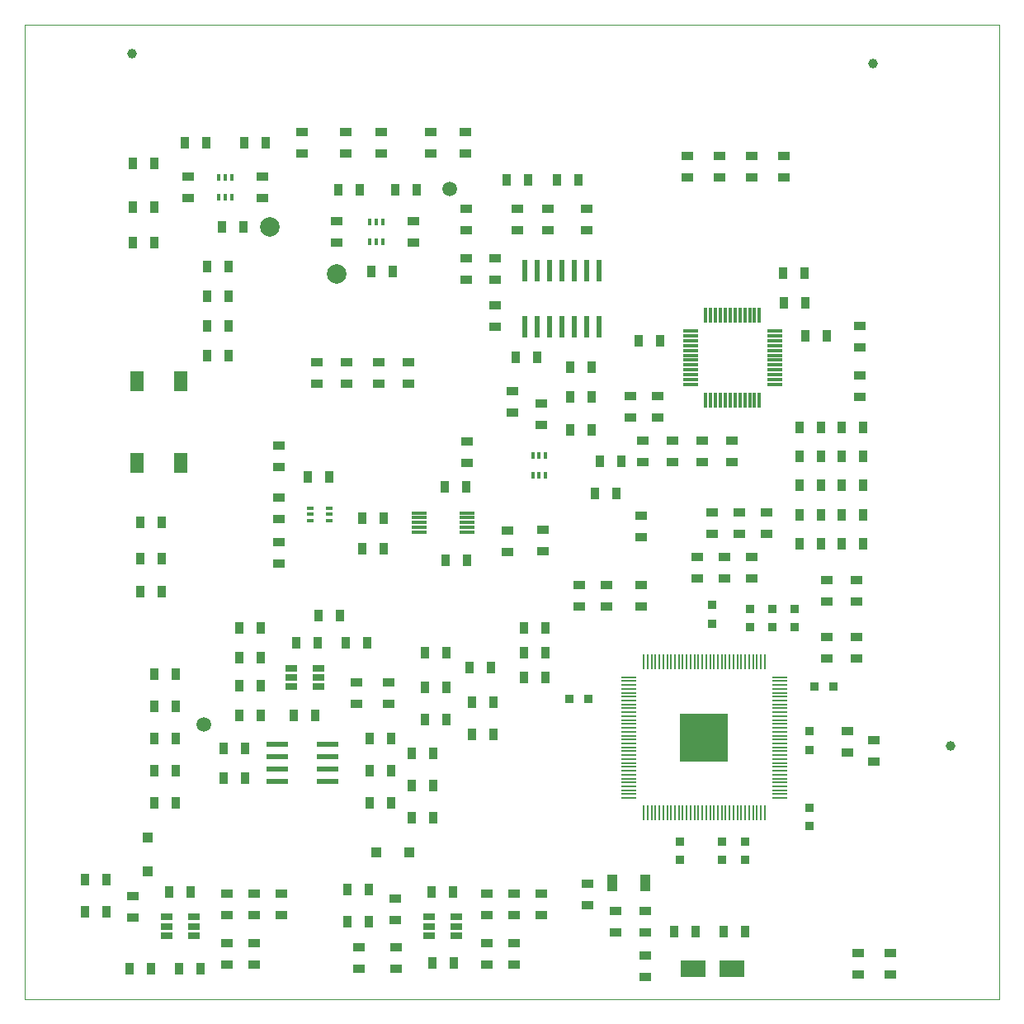
<source format=gtp>
G04 #@! TF.GenerationSoftware,KiCad,Pcbnew,(5.1.0)-1*
G04 #@! TF.CreationDate,2019-04-04T19:00:54+01:00*
G04 #@! TF.ProjectId,CoreOne-xCORE200-2.1,436f7265-4f6e-4652-9d78-434f52453230,2.1*
G04 #@! TF.SameCoordinates,PX660b0c0PY81b3200*
G04 #@! TF.FileFunction,Paste,Top*
G04 #@! TF.FilePolarity,Positive*
%FSLAX46Y46*%
G04 Gerber Fmt 4.6, Leading zero omitted, Abs format (unit mm)*
G04 Created by KiCad (PCBNEW (5.1.0)-1) date 2019-04-04 19:00:54*
%MOMM*%
%LPD*%
G04 APERTURE LIST*
%ADD10C,0.100000*%
%ADD11R,1.300000X0.900000*%
%ADD12R,0.900000X1.300000*%
%ADD13R,0.900000X0.900000*%
%ADD14R,1.200000X0.650000*%
%ADD15C,2.000000*%
%ADD16R,1.000000X1.000000*%
%ADD17R,0.300000X1.500000*%
%ADD18R,1.500000X0.300000*%
%ADD19R,0.800000X0.450000*%
%ADD20R,0.450000X0.800000*%
%ADD21R,2.200000X0.600000*%
%ADD22R,1.400000X2.100000*%
%ADD23C,1.500000*%
%ADD24C,1.000000*%
%ADD25R,2.500000X1.700000*%
%ADD26R,0.600000X2.200000*%
%ADD27R,1.100000X1.700000*%
%ADD28R,1.500000X0.230000*%
%ADD29R,0.230000X1.500000*%
%ADD30R,5.000000X5.000000*%
G04 APERTURE END LIST*
D10*
X0Y100000000D02*
X100000000Y100000000D01*
X15000000Y0D02*
X0Y0D01*
X100000000Y0D02*
X15000000Y0D01*
X100000000Y100000000D02*
X100000000Y0D01*
X0Y0D02*
X0Y100000000D01*
D11*
X11110000Y10608000D03*
X11110000Y8408000D03*
D12*
X20236000Y79248000D03*
X22436000Y79248000D03*
D13*
X71501000Y16190000D03*
X71501000Y14290000D03*
D14*
X44260000Y7476000D03*
X41460000Y8426000D03*
X41460000Y7476000D03*
X41460000Y6526000D03*
X44260000Y6526000D03*
X44260000Y8426000D03*
X17336000Y7476000D03*
X14536000Y8426000D03*
X14536000Y7476000D03*
X14536000Y6526000D03*
X17336000Y6526000D03*
X17336000Y8426000D03*
D15*
X25146000Y79248000D03*
D11*
X37338000Y30269000D03*
X37338000Y32469000D03*
D16*
X39480000Y15096000D03*
X36080000Y15096000D03*
X12634000Y13142000D03*
X12634000Y16542000D03*
D11*
X47432000Y10862000D03*
X47432000Y8662000D03*
X50226000Y10862000D03*
X50226000Y8662000D03*
D12*
X33124000Y7984000D03*
X35324000Y7984000D03*
X14836000Y11032000D03*
X17036000Y11032000D03*
X18712000Y66040000D03*
X20912000Y66040000D03*
X18712000Y69088000D03*
X20912000Y69088000D03*
X77828000Y74532000D03*
X80028000Y74532000D03*
X77850000Y71450000D03*
X80050000Y71450000D03*
D13*
X78994000Y38166000D03*
X78994000Y40066000D03*
D11*
X38100000Y3091000D03*
X38100000Y5291000D03*
D17*
X75371000Y70169000D03*
X74871000Y70169000D03*
X74371000Y70169000D03*
X73871000Y70169000D03*
X73371000Y70169000D03*
X72871000Y70169000D03*
X72371000Y70169000D03*
X71871000Y70169000D03*
X71371000Y70169000D03*
X70871000Y70169000D03*
X70371000Y70169000D03*
X69871000Y70169000D03*
D18*
X68271000Y68569000D03*
X68271000Y68069000D03*
X68271000Y67569000D03*
X68271000Y67069000D03*
X68271000Y66569000D03*
X68271000Y66069000D03*
X68271000Y65569000D03*
X68271000Y65069000D03*
X68271000Y64569000D03*
X68271000Y64069000D03*
X68271000Y63569000D03*
X68271000Y63069000D03*
D17*
X69871000Y61469000D03*
X70371000Y61469000D03*
X70871000Y61469000D03*
X71371000Y61469000D03*
X71871000Y61469000D03*
X72371000Y61469000D03*
X72871000Y61469000D03*
X73371000Y61469000D03*
X73871000Y61469000D03*
X74371000Y61469000D03*
X74871000Y61469000D03*
X75371000Y61469000D03*
D18*
X76971000Y63069000D03*
X76971000Y63569000D03*
X76971000Y64069000D03*
X76971000Y64569000D03*
X76971000Y65069000D03*
X76971000Y65569000D03*
X76971000Y66069000D03*
X76971000Y66569000D03*
X76971000Y67069000D03*
X76971000Y67569000D03*
X76971000Y68069000D03*
X76971000Y68569000D03*
D12*
X16426000Y87884000D03*
X18626000Y87884000D03*
X24722000Y87884000D03*
X22522000Y87884000D03*
X40216000Y83058000D03*
X38016000Y83058000D03*
X32174000Y83058000D03*
X34374000Y83058000D03*
X6200000Y9000000D03*
X8400000Y9000000D03*
X41760000Y11032000D03*
X43960000Y11032000D03*
X15852000Y3158000D03*
X18052000Y3158000D03*
X10772000Y3158000D03*
X12972000Y3158000D03*
X83777210Y46695890D03*
X85977210Y46695890D03*
D11*
X62164000Y61919000D03*
X62164000Y59719000D03*
X63434000Y57344000D03*
X63434000Y55144000D03*
X64958000Y61916000D03*
X64958000Y59716000D03*
X66482000Y57344000D03*
X66482000Y55144000D03*
X69530000Y57344000D03*
X69530000Y55144000D03*
X72578000Y57344000D03*
X72578000Y55144000D03*
X59690000Y42502000D03*
X59690000Y40302000D03*
D19*
X29250000Y50400000D03*
X29250000Y49750000D03*
X29250000Y49100000D03*
X31250000Y49100000D03*
X31250000Y49750000D03*
X31250000Y50400000D03*
D20*
X19924000Y82312000D03*
X20574000Y82312000D03*
X21224000Y82312000D03*
X21224000Y84312000D03*
X20574000Y84312000D03*
X19924000Y84312000D03*
D12*
X36848000Y49386000D03*
X34648000Y49386000D03*
D11*
X26045256Y54560824D03*
X26045256Y56760824D03*
D12*
X79527210Y46695890D03*
X81727210Y46695890D03*
D11*
X16764000Y84412000D03*
X16764000Y82212000D03*
X24384000Y84412000D03*
X24384000Y82212000D03*
D21*
X31076000Y22354000D03*
X31076000Y23624000D03*
X31076000Y24894000D03*
X31076000Y26164000D03*
X25876000Y26164000D03*
X25876000Y24894000D03*
X25876000Y23624000D03*
X25876000Y22354000D03*
D18*
X40476000Y47895000D03*
X45376000Y47895000D03*
X40476000Y48395000D03*
X45376000Y48395000D03*
X40476000Y48895000D03*
X45376000Y48895000D03*
X40476000Y49395000D03*
X45376000Y49395000D03*
X40476000Y49895000D03*
X45376000Y49895000D03*
D22*
X11466000Y63382000D03*
X15966000Y63382000D03*
X11466000Y54982000D03*
X15966000Y54982000D03*
D12*
X14054000Y48895000D03*
X11854000Y48895000D03*
D11*
X71816000Y45406000D03*
X71816000Y43206000D03*
X73340000Y49978000D03*
X73340000Y47778000D03*
X74610000Y45406000D03*
X74610000Y43206000D03*
X76134000Y49978000D03*
X76134000Y47778000D03*
D12*
X45890000Y30480000D03*
X48090000Y30480000D03*
X41064000Y28702000D03*
X43264000Y28702000D03*
X41064000Y32004000D03*
X43264000Y32004000D03*
D11*
X69022000Y45406000D03*
X69022000Y43206000D03*
X70546000Y49978000D03*
X70546000Y47778000D03*
X63246000Y42502000D03*
X63246000Y40302000D03*
X84389000Y27499000D03*
X84389000Y25299000D03*
D12*
X45636000Y34036000D03*
X47836000Y34036000D03*
X41064000Y35560000D03*
X43264000Y35560000D03*
X51224000Y33020000D03*
X53424000Y33020000D03*
X39728000Y25256000D03*
X41928000Y25256000D03*
X51224000Y35560000D03*
X53424000Y35560000D03*
X51224000Y38100000D03*
X53424000Y38100000D03*
X39728000Y18652000D03*
X41928000Y18652000D03*
X35410000Y20176000D03*
X37610000Y20176000D03*
X39728000Y21954000D03*
X41928000Y21954000D03*
X35410000Y23478000D03*
X37610000Y23478000D03*
D11*
X82296000Y37168000D03*
X82296000Y34968000D03*
X85344000Y37168000D03*
X85344000Y34968000D03*
D12*
X35410000Y26780000D03*
X37610000Y26780000D03*
D11*
X85344000Y43010000D03*
X85344000Y40810000D03*
X82296000Y43010000D03*
X82296000Y40810000D03*
D12*
X24214000Y35052000D03*
X22014000Y35052000D03*
X22014000Y38100000D03*
X24214000Y38100000D03*
X32342000Y39370000D03*
X30142000Y39370000D03*
X24214000Y32131000D03*
X22014000Y32131000D03*
D11*
X34036000Y30269000D03*
X34036000Y32469000D03*
D12*
X83777210Y55695890D03*
X85977210Y55695890D03*
X79527210Y55695890D03*
X81727210Y55695890D03*
X83777210Y58695890D03*
X85977210Y58695890D03*
X79527210Y58695890D03*
X81727210Y58695890D03*
X83777210Y52695890D03*
X85977210Y52695890D03*
X79527210Y52695890D03*
X81727210Y52695890D03*
X83777210Y49695890D03*
X85977210Y49695890D03*
X79527210Y49695890D03*
X81727210Y49695890D03*
X65221000Y67569000D03*
X63021000Y67569000D03*
X59021000Y55228000D03*
X61221000Y55228000D03*
X58521000Y51926000D03*
X60721000Y51926000D03*
D11*
X26045256Y44654824D03*
X26045256Y46854824D03*
X26045256Y49226824D03*
X26045256Y51426824D03*
X71308000Y84354000D03*
X71308000Y86554000D03*
X74610000Y84354000D03*
X74610000Y86554000D03*
X77912000Y84354000D03*
X77912000Y86554000D03*
D12*
X11854000Y41783000D03*
X14054000Y41783000D03*
X11854000Y45212000D03*
X14054000Y45212000D03*
D13*
X74422000Y38150613D03*
X74422000Y40050613D03*
X80518000Y25593000D03*
X80518000Y27493000D03*
X70546000Y38530000D03*
X70546000Y40430000D03*
X67190000Y16194000D03*
X67190000Y14294000D03*
X57780000Y30844000D03*
X55880000Y30844000D03*
X76708000Y38150613D03*
X76708000Y40050613D03*
X73914000Y16190000D03*
X73914000Y14290000D03*
D11*
X56896000Y40302000D03*
X56896000Y42502000D03*
D12*
X24214000Y29083000D03*
X22014000Y29083000D03*
X30056000Y36576000D03*
X27856000Y36576000D03*
X32936000Y36576000D03*
X35136000Y36576000D03*
X80097000Y68057500D03*
X82297000Y68057500D03*
X45400000Y45004500D03*
X43200000Y45004500D03*
D11*
X20762000Y10862000D03*
X20762000Y8662000D03*
X23556000Y3582000D03*
X23556000Y5782000D03*
X28448000Y88984000D03*
X28448000Y86784000D03*
D23*
X43600000Y83100000D03*
D24*
X11000000Y97000000D03*
X87000000Y96000000D03*
X95000000Y26000000D03*
D25*
X72546000Y3158000D03*
X68546000Y3158000D03*
D12*
X15512000Y33384000D03*
X13312000Y33384000D03*
D11*
X26350000Y10862000D03*
X26350000Y8662000D03*
X20762000Y3582000D03*
X20762000Y5782000D03*
X50000000Y60150000D03*
X50000000Y62350000D03*
D12*
X55984000Y58403000D03*
X58184000Y58403000D03*
X58184000Y61832000D03*
X55984000Y61832000D03*
D26*
X51259000Y68987500D03*
X52529000Y68987500D03*
X53799000Y68987500D03*
X55069000Y68987500D03*
X56339000Y68987500D03*
X57609000Y68987500D03*
X58879000Y68987500D03*
X51259000Y74737500D03*
X52529000Y74737500D03*
X53799000Y74737500D03*
X55069000Y74737500D03*
X56339000Y74737500D03*
X57609000Y74737500D03*
X58879000Y74737500D03*
D11*
X57609000Y78890500D03*
X57609000Y81090500D03*
D12*
X56804000Y84054500D03*
X54604000Y84054500D03*
D11*
X45290000Y78890500D03*
X45290000Y81090500D03*
X47432000Y3582000D03*
X47432000Y5782000D03*
D12*
X22624000Y22716000D03*
X20424000Y22716000D03*
D11*
X50226000Y3582000D03*
X50226000Y5782000D03*
D12*
X71732000Y6963298D03*
X73932000Y6963298D03*
D11*
X63688000Y9084000D03*
X63688000Y6884000D03*
X60640000Y9084000D03*
X60640000Y6884000D03*
X63688000Y2312000D03*
X63688000Y4512000D03*
X41656000Y86784000D03*
X41656000Y88984000D03*
X45212000Y86784000D03*
X45212000Y88984000D03*
X88834000Y4766000D03*
X88834000Y2566000D03*
D12*
X44026000Y3683000D03*
X41826000Y3683000D03*
D11*
X85532000Y4766000D03*
X85532000Y2566000D03*
D12*
X8400000Y12302000D03*
X6200000Y12302000D03*
D11*
X34290000Y5291000D03*
X34290000Y3091000D03*
D12*
X66652000Y6963298D03*
X68852000Y6963298D03*
X35324000Y11286000D03*
X33124000Y11286000D03*
D11*
X38034000Y10354000D03*
X38034000Y8154000D03*
X57750000Y9650000D03*
X57750000Y11850000D03*
X85700000Y61800000D03*
X85700000Y64000000D03*
X39370000Y65362000D03*
X39370000Y63162000D03*
X36322000Y65362000D03*
X36322000Y63162000D03*
X33020000Y65362000D03*
X33020000Y63162000D03*
X29972000Y65362000D03*
X29972000Y63162000D03*
D12*
X20912000Y75184000D03*
X18712000Y75184000D03*
X18712000Y72136000D03*
X20912000Y72136000D03*
D11*
X85700000Y69100000D03*
X85700000Y66900000D03*
D12*
X31260000Y53577000D03*
X29060000Y53577000D03*
D11*
X23556000Y10862000D03*
X23556000Y8662000D03*
D12*
X22624000Y25764000D03*
X20424000Y25764000D03*
D11*
X53020000Y10862000D03*
X53020000Y8662000D03*
D12*
X15512000Y23478000D03*
X13312000Y23478000D03*
X15512000Y26780000D03*
X13312000Y26780000D03*
X45296000Y52578000D03*
X43096000Y52578000D03*
X36848000Y46211000D03*
X34648000Y46211000D03*
X15512000Y30082000D03*
X13312000Y30082000D03*
D11*
X45400000Y57234000D03*
X45400000Y55034000D03*
X53147000Y45936500D03*
X53147000Y48136500D03*
X49530000Y45890000D03*
X49530000Y48090000D03*
X50497000Y78890500D03*
X50497000Y81090500D03*
X48211000Y76010500D03*
X48211000Y73810500D03*
X53672000Y81090500D03*
X53672000Y78890500D03*
D12*
X51597000Y84054500D03*
X49397000Y84054500D03*
D11*
X45290000Y73810500D03*
X45290000Y76010500D03*
D12*
X52529000Y65893500D03*
X50329000Y65893500D03*
D11*
X48211000Y71184500D03*
X48211000Y68984500D03*
D12*
X55984000Y64880000D03*
X58184000Y64880000D03*
D27*
X60250500Y11917000D03*
X63650500Y11917000D03*
D13*
X80500000Y19650000D03*
X80500000Y17750000D03*
X81026000Y32114000D03*
X82926000Y32114000D03*
D23*
X18400000Y28200000D03*
D11*
X53000000Y58900000D03*
X53000000Y61100000D03*
D20*
X52100000Y53750000D03*
X52750000Y53750000D03*
X53400000Y53750000D03*
X53400000Y55750000D03*
X52750000Y55750000D03*
X52100000Y55750000D03*
D11*
X63246000Y49614000D03*
X63246000Y47414000D03*
D12*
X29802000Y29083000D03*
X27602000Y29083000D03*
D14*
X30102000Y33020000D03*
X27302000Y33970000D03*
X27302000Y33020000D03*
X27302000Y32070000D03*
X30102000Y32070000D03*
X30102000Y33970000D03*
D28*
X61957012Y33032218D03*
X61957012Y32632218D03*
X61957012Y32232218D03*
X61957012Y31832218D03*
X61957012Y31432218D03*
X61957012Y31032218D03*
X61957012Y30632218D03*
X61957012Y30232218D03*
X61957012Y29832218D03*
X61957012Y29432218D03*
X61957012Y29032218D03*
X61957012Y28632218D03*
X61957012Y28232218D03*
X61957012Y27832218D03*
X61957012Y27432218D03*
X61957012Y27032218D03*
X61957012Y26632218D03*
X61957012Y26232218D03*
X61957012Y25832218D03*
X61957012Y25432218D03*
X61957012Y25032218D03*
X61957012Y24632218D03*
X61957012Y24232218D03*
X61957012Y23832218D03*
X61957012Y23432218D03*
X61957012Y23032218D03*
X61957012Y22632218D03*
X61957012Y22232218D03*
X61957012Y21832218D03*
X61957012Y21432218D03*
X61957012Y21032218D03*
X61957012Y20632218D03*
D29*
X63507012Y19082218D03*
X63907012Y19082218D03*
X64307012Y19082218D03*
X64707012Y19082218D03*
X65107012Y19082218D03*
X65507012Y19082218D03*
X65907012Y19082218D03*
X66307012Y19082218D03*
X66707012Y19082218D03*
X67107012Y19082218D03*
X67507012Y19082218D03*
X67907012Y19082218D03*
X68307012Y19082218D03*
X68707012Y19082218D03*
X69107012Y19082218D03*
X69507012Y19082218D03*
X69907012Y19082218D03*
X70307012Y19082218D03*
X70707012Y19082218D03*
X71107012Y19082218D03*
X71507012Y19082218D03*
X71907012Y19082218D03*
X72307012Y19082218D03*
X72707012Y19082218D03*
X73107012Y19082218D03*
X73507012Y19082218D03*
X73907012Y19082218D03*
X74307012Y19082218D03*
X74707012Y19082218D03*
X75107012Y19082218D03*
X75507012Y19082218D03*
X75907012Y19082218D03*
D28*
X77457012Y20632218D03*
X77457012Y21032218D03*
X77457012Y21432218D03*
X77457012Y21832218D03*
X77457012Y22232218D03*
X77457012Y22632218D03*
X77457012Y23032218D03*
X77457012Y23432218D03*
X77457012Y23832218D03*
X77457012Y24232218D03*
X77457012Y24632218D03*
X77457012Y25032218D03*
X77457012Y25432218D03*
X77457012Y25832218D03*
X77457012Y26232218D03*
X77457012Y26632218D03*
X77457012Y27032218D03*
X77457012Y27432218D03*
X77457012Y27832218D03*
X77457012Y28232218D03*
X77457012Y28632218D03*
X77457012Y29032218D03*
X77457012Y29432218D03*
X77457012Y29832218D03*
X77457012Y30232218D03*
X77457012Y30632218D03*
X77457012Y31032218D03*
X77457012Y31432218D03*
X77457012Y31832218D03*
X77457012Y32232218D03*
X77457012Y32632218D03*
X77457012Y33032218D03*
D29*
X75907012Y34582218D03*
X75507012Y34582218D03*
X75107012Y34582218D03*
X74707012Y34582218D03*
X74307012Y34582218D03*
X73907012Y34582218D03*
X73507012Y34582218D03*
X73107012Y34582218D03*
X72707012Y34582218D03*
X72307012Y34582218D03*
X71907012Y34582218D03*
X71507012Y34582218D03*
X71107012Y34582218D03*
X70707012Y34582218D03*
X70307012Y34582218D03*
X69907012Y34582218D03*
X69507012Y34582218D03*
X69107012Y34582218D03*
X68707012Y34582218D03*
X68307012Y34582218D03*
X67907012Y34582218D03*
X67507012Y34582218D03*
X67107012Y34582218D03*
X66707012Y34582218D03*
X66307012Y34582218D03*
X65907012Y34582218D03*
X65507012Y34582218D03*
X65107012Y34582218D03*
X64707012Y34582218D03*
X64307012Y34582218D03*
X63907012Y34582218D03*
X63507012Y34582218D03*
D30*
X69707012Y26832218D03*
D12*
X15512000Y20176000D03*
X13312000Y20176000D03*
D11*
X68006000Y84354000D03*
X68006000Y86554000D03*
D12*
X11092000Y85725000D03*
X13292000Y85725000D03*
X45890000Y27178000D03*
X48090000Y27178000D03*
D11*
X32004000Y79840000D03*
X32004000Y77640000D03*
X39878000Y79840000D03*
X39878000Y77640000D03*
D12*
X35560000Y74676000D03*
X37760000Y74676000D03*
X11092000Y81280000D03*
X13292000Y81280000D03*
X11092000Y77597000D03*
X13292000Y77597000D03*
D11*
X36576000Y88984000D03*
X36576000Y86784000D03*
X32893000Y88984000D03*
X32893000Y86784000D03*
X87100000Y26600000D03*
X87100000Y24400000D03*
D20*
X35418000Y77740000D03*
X36068000Y77740000D03*
X36718000Y77740000D03*
X36718000Y79740000D03*
X36068000Y79740000D03*
X35418000Y79740000D03*
D15*
X32004000Y74422000D03*
M02*

</source>
